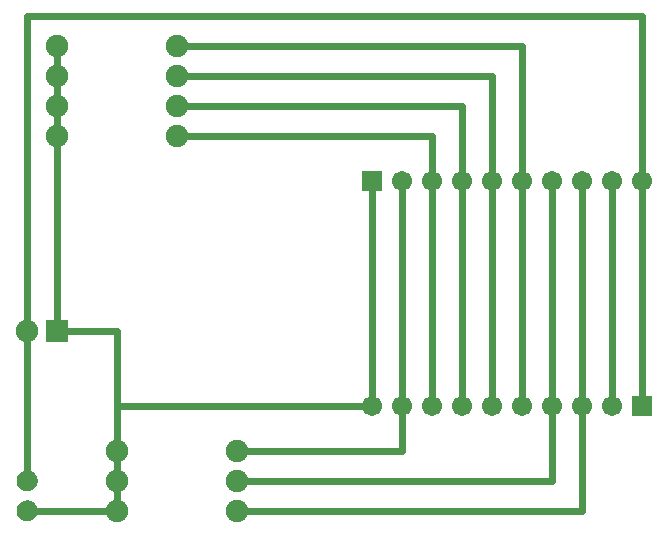
<source format=gtl>
G04 MADE WITH FRITZING*
G04 WWW.FRITZING.ORG*
G04 DOUBLE SIDED*
G04 HOLES PLATED*
G04 CONTOUR ON CENTER OF CONTOUR VECTOR*
%ASAXBY*%
%FSLAX23Y23*%
%MOIN*%
%OFA0B0*%
%SFA1.0B1.0*%
%ADD10C,0.067559*%
%ADD11C,0.075000*%
%ADD12C,0.070000*%
%ADD13R,0.067559X0.067559*%
%ADD14R,0.075000X0.075000*%
%ADD15C,0.024000*%
%ADD16R,0.001000X0.001000*%
%LNCOPPER1*%
G90*
G70*
G54D10*
X2372Y522D03*
X2272Y522D03*
X2172Y522D03*
X2072Y522D03*
X1972Y522D03*
X1872Y522D03*
X1772Y522D03*
X1672Y522D03*
X1572Y522D03*
X1472Y522D03*
X1472Y1272D03*
X1572Y1272D03*
X1672Y1272D03*
X1772Y1272D03*
X1872Y1272D03*
X1972Y1272D03*
X2072Y1272D03*
X2172Y1272D03*
X2272Y1272D03*
X2372Y1272D03*
G54D11*
X422Y1722D03*
X822Y1722D03*
X422Y1622D03*
X822Y1622D03*
X422Y1522D03*
X822Y1522D03*
X422Y1422D03*
X822Y1422D03*
X622Y372D03*
X1022Y372D03*
X622Y172D03*
X1022Y172D03*
X622Y272D03*
X1022Y272D03*
G54D12*
X322Y272D03*
X322Y172D03*
G54D11*
X422Y772D03*
X322Y772D03*
G54D13*
X2372Y522D03*
X1472Y1272D03*
G54D14*
X422Y772D03*
G54D15*
X2372Y547D02*
X2372Y1247D01*
D02*
X2272Y547D02*
X2272Y1247D01*
D02*
X2172Y547D02*
X2172Y1247D01*
D02*
X2072Y547D02*
X2072Y1247D01*
D02*
X1972Y547D02*
X1972Y1247D01*
D02*
X1872Y547D02*
X1872Y1247D01*
D02*
X1772Y547D02*
X1772Y1247D01*
D02*
X1672Y547D02*
X1672Y1247D01*
D02*
X1572Y547D02*
X1572Y1247D01*
D02*
X1472Y547D02*
X1472Y1247D01*
D02*
X851Y1422D02*
X1672Y1423D01*
D02*
X1672Y1423D02*
X1672Y1297D01*
D02*
X851Y1522D02*
X1773Y1522D01*
D02*
X1773Y1522D02*
X1772Y1297D01*
D02*
X1872Y1622D02*
X1872Y1297D01*
D02*
X851Y1622D02*
X1872Y1622D01*
D02*
X1971Y1723D02*
X1972Y1297D01*
D02*
X851Y1722D02*
X1971Y1723D01*
D02*
X2372Y1821D02*
X322Y1821D01*
D02*
X322Y1821D02*
X322Y801D01*
D02*
X2372Y1297D02*
X2372Y1821D01*
D02*
X422Y1693D02*
X422Y1651D01*
D02*
X422Y1593D02*
X422Y1551D01*
D02*
X422Y1493D02*
X422Y1451D01*
D02*
X422Y801D02*
X422Y1393D01*
D02*
X451Y772D02*
X622Y772D01*
D02*
X622Y772D02*
X622Y401D01*
D02*
X1447Y522D02*
X622Y523D01*
D02*
X622Y523D02*
X622Y401D01*
D02*
X1572Y372D02*
X1051Y372D01*
D02*
X1572Y497D02*
X1572Y372D01*
D02*
X1051Y272D02*
X2073Y272D01*
D02*
X2073Y272D02*
X2072Y497D01*
D02*
X1051Y172D02*
X2172Y171D01*
D02*
X2172Y171D02*
X2172Y497D01*
D02*
X594Y172D02*
X348Y172D01*
D02*
X622Y243D02*
X622Y201D01*
D02*
X622Y343D02*
X622Y301D01*
D02*
X322Y743D02*
X322Y298D01*
G54D16*
X317Y307D02*
X326Y307D01*
X313Y306D02*
X330Y306D01*
X310Y305D02*
X333Y305D01*
X308Y304D02*
X336Y304D01*
X305Y303D02*
X338Y303D01*
X304Y302D02*
X340Y302D01*
X302Y301D02*
X341Y301D01*
X301Y300D02*
X343Y300D01*
X299Y299D02*
X344Y299D01*
X298Y298D02*
X345Y298D01*
X297Y297D02*
X346Y297D01*
X296Y296D02*
X347Y296D01*
X295Y295D02*
X348Y295D01*
X295Y294D02*
X349Y294D01*
X294Y293D02*
X349Y293D01*
X293Y292D02*
X350Y292D01*
X293Y291D02*
X351Y291D01*
X292Y290D02*
X351Y290D01*
X292Y289D02*
X352Y289D01*
X291Y288D02*
X352Y288D01*
X291Y287D02*
X317Y287D01*
X326Y287D02*
X353Y287D01*
X290Y286D02*
X315Y286D01*
X329Y286D02*
X353Y286D01*
X290Y285D02*
X313Y285D01*
X331Y285D02*
X354Y285D01*
X289Y284D02*
X312Y284D01*
X332Y284D02*
X354Y284D01*
X289Y283D02*
X311Y283D01*
X333Y283D02*
X354Y283D01*
X289Y282D02*
X310Y282D01*
X334Y282D02*
X355Y282D01*
X288Y281D02*
X309Y281D01*
X335Y281D02*
X355Y281D01*
X288Y280D02*
X308Y280D01*
X335Y280D02*
X355Y280D01*
X288Y279D02*
X308Y279D01*
X336Y279D02*
X355Y279D01*
X288Y278D02*
X307Y278D01*
X336Y278D02*
X356Y278D01*
X288Y277D02*
X307Y277D01*
X337Y277D02*
X356Y277D01*
X287Y276D02*
X307Y276D01*
X337Y276D02*
X356Y276D01*
X287Y275D02*
X306Y275D01*
X337Y275D02*
X356Y275D01*
X287Y274D02*
X306Y274D01*
X337Y274D02*
X356Y274D01*
X287Y273D02*
X306Y273D01*
X337Y273D02*
X356Y273D01*
X287Y272D02*
X306Y272D01*
X337Y272D02*
X356Y272D01*
X287Y271D02*
X306Y271D01*
X337Y271D02*
X356Y271D01*
X287Y270D02*
X306Y270D01*
X337Y270D02*
X356Y270D01*
X287Y269D02*
X306Y269D01*
X337Y269D02*
X356Y269D01*
X288Y268D02*
X307Y268D01*
X337Y268D02*
X356Y268D01*
X288Y267D02*
X307Y267D01*
X336Y267D02*
X356Y267D01*
X288Y266D02*
X307Y266D01*
X336Y266D02*
X355Y266D01*
X288Y265D02*
X308Y265D01*
X335Y265D02*
X355Y265D01*
X288Y264D02*
X309Y264D01*
X335Y264D02*
X355Y264D01*
X289Y263D02*
X310Y263D01*
X334Y263D02*
X355Y263D01*
X289Y262D02*
X310Y262D01*
X333Y262D02*
X354Y262D01*
X289Y261D02*
X312Y261D01*
X332Y261D02*
X354Y261D01*
X290Y260D02*
X313Y260D01*
X331Y260D02*
X354Y260D01*
X290Y259D02*
X314Y259D01*
X329Y259D02*
X353Y259D01*
X291Y258D02*
X317Y258D01*
X327Y258D02*
X353Y258D01*
X291Y257D02*
X352Y257D01*
X291Y256D02*
X352Y256D01*
X292Y255D02*
X351Y255D01*
X293Y254D02*
X351Y254D01*
X293Y253D02*
X350Y253D01*
X294Y252D02*
X349Y252D01*
X295Y251D02*
X349Y251D01*
X295Y250D02*
X348Y250D01*
X296Y249D02*
X347Y249D01*
X297Y248D02*
X346Y248D01*
X298Y247D02*
X345Y247D01*
X299Y246D02*
X344Y246D01*
X301Y245D02*
X343Y245D01*
X302Y244D02*
X341Y244D01*
X304Y243D02*
X340Y243D01*
X305Y242D02*
X338Y242D01*
X307Y241D02*
X336Y241D01*
X310Y240D02*
X334Y240D01*
X312Y239D02*
X331Y239D01*
X317Y238D02*
X327Y238D01*
X317Y207D02*
X326Y207D01*
X313Y206D02*
X331Y206D01*
X310Y205D02*
X333Y205D01*
X308Y204D02*
X336Y204D01*
X305Y203D02*
X338Y203D01*
X304Y202D02*
X340Y202D01*
X302Y201D02*
X341Y201D01*
X301Y200D02*
X343Y200D01*
X299Y199D02*
X344Y199D01*
X298Y198D02*
X345Y198D01*
X297Y197D02*
X346Y197D01*
X296Y196D02*
X347Y196D01*
X295Y195D02*
X348Y195D01*
X295Y194D02*
X349Y194D01*
X294Y193D02*
X349Y193D01*
X293Y192D02*
X350Y192D01*
X293Y191D02*
X351Y191D01*
X292Y190D02*
X351Y190D01*
X292Y189D02*
X352Y189D01*
X291Y188D02*
X352Y188D01*
X291Y187D02*
X317Y187D01*
X326Y187D02*
X353Y187D01*
X290Y186D02*
X314Y186D01*
X329Y186D02*
X353Y186D01*
X290Y185D02*
X313Y185D01*
X331Y185D02*
X354Y185D01*
X289Y184D02*
X312Y184D01*
X332Y184D02*
X354Y184D01*
X289Y183D02*
X311Y183D01*
X333Y183D02*
X354Y183D01*
X289Y182D02*
X310Y182D01*
X334Y182D02*
X355Y182D01*
X288Y181D02*
X309Y181D01*
X335Y181D02*
X355Y181D01*
X288Y180D02*
X308Y180D01*
X335Y180D02*
X355Y180D01*
X288Y179D02*
X308Y179D01*
X336Y179D02*
X355Y179D01*
X288Y178D02*
X307Y178D01*
X336Y178D02*
X356Y178D01*
X288Y177D02*
X307Y177D01*
X337Y177D02*
X356Y177D01*
X287Y176D02*
X307Y176D01*
X337Y176D02*
X356Y176D01*
X287Y175D02*
X306Y175D01*
X337Y175D02*
X356Y175D01*
X287Y174D02*
X306Y174D01*
X337Y174D02*
X356Y174D01*
X287Y173D02*
X306Y173D01*
X337Y173D02*
X356Y173D01*
X287Y172D02*
X306Y172D01*
X337Y172D02*
X356Y172D01*
X287Y171D02*
X306Y171D01*
X337Y171D02*
X356Y171D01*
X287Y170D02*
X306Y170D01*
X337Y170D02*
X356Y170D01*
X287Y169D02*
X307Y169D01*
X337Y169D02*
X356Y169D01*
X288Y168D02*
X307Y168D01*
X337Y168D02*
X356Y168D01*
X288Y167D02*
X307Y167D01*
X336Y167D02*
X356Y167D01*
X288Y166D02*
X308Y166D01*
X336Y166D02*
X355Y166D01*
X288Y165D02*
X308Y165D01*
X335Y165D02*
X355Y165D01*
X288Y164D02*
X309Y164D01*
X335Y164D02*
X355Y164D01*
X289Y163D02*
X310Y163D01*
X334Y163D02*
X355Y163D01*
X289Y162D02*
X310Y162D01*
X333Y162D02*
X354Y162D01*
X289Y161D02*
X312Y161D01*
X332Y161D02*
X354Y161D01*
X290Y160D02*
X313Y160D01*
X331Y160D02*
X354Y160D01*
X290Y159D02*
X314Y159D01*
X329Y159D02*
X353Y159D01*
X291Y158D02*
X317Y158D01*
X326Y158D02*
X353Y158D01*
X291Y157D02*
X352Y157D01*
X291Y156D02*
X352Y156D01*
X292Y155D02*
X351Y155D01*
X293Y154D02*
X351Y154D01*
X293Y153D02*
X350Y153D01*
X294Y152D02*
X349Y152D01*
X295Y151D02*
X349Y151D01*
X295Y150D02*
X348Y150D01*
X296Y149D02*
X347Y149D01*
X297Y148D02*
X346Y148D01*
X298Y147D02*
X345Y147D01*
X299Y146D02*
X344Y146D01*
X301Y145D02*
X343Y145D01*
X302Y144D02*
X341Y144D01*
X304Y143D02*
X340Y143D01*
X305Y142D02*
X338Y142D01*
X307Y141D02*
X336Y141D01*
X310Y140D02*
X334Y140D01*
X313Y139D02*
X331Y139D01*
X317Y138D02*
X327Y138D01*
D02*
G04 End of Copper1*
M02*
</source>
